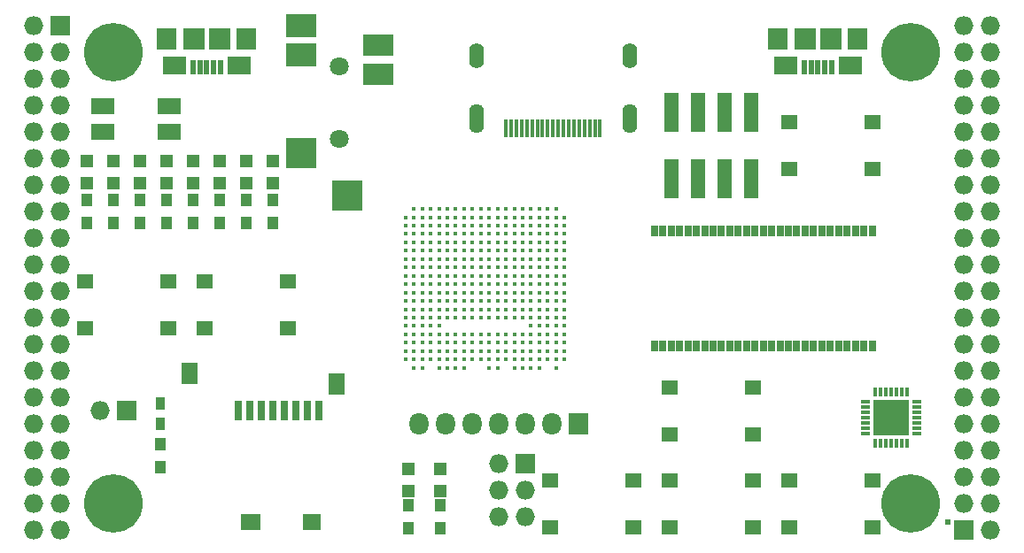
<source format=gts>
G04 #@! TF.FileFunction,Soldermask,Top*
%FSLAX46Y46*%
G04 Gerber Fmt 4.6, Leading zero omitted, Abs format (unit mm)*
G04 Created by KiCad (PCBNEW 4.0.7+dfsg1-1) date Tue Oct  3 00:54:53 2017*
%MOMM*%
%LPD*%
G01*
G04 APERTURE LIST*
%ADD10C,0.100000*%
%ADD11R,1.370000X3.700000*%
%ADD12R,0.800000X1.900000*%
%ADD13R,1.700000X1.500000*%
%ADD14R,1.900000X1.500000*%
%ADD15R,1.500000X2.000000*%
%ADD16R,1.298880X1.298880*%
%ADD17R,0.660000X1.000000*%
%ADD18R,1.827200X1.827200*%
%ADD19O,1.827200X1.827200*%
%ADD20C,5.600000*%
%ADD21R,2.300000X1.500000*%
%ADD22R,1.000000X1.300000*%
%ADD23R,0.850000X1.300000*%
%ADD24R,2.200000X1.700000*%
%ADD25R,2.000000X2.000000*%
%ADD26R,0.500000X1.450000*%
%ADD27R,1.900000X2.000000*%
%ADD28O,0.950000X0.400000*%
%ADD29O,0.400000X0.950000*%
%ADD30R,1.775000X1.775000*%
%ADD31C,0.430000*%
%ADD32R,0.600000X0.600000*%
%ADD33R,1.827200X2.132000*%
%ADD34O,1.827200X2.132000*%
%ADD35R,2.900000X2.300000*%
%ADD36R,2.900000X2.900000*%
%ADD37R,2.900000X2.100000*%
%ADD38C,1.800000*%
%ADD39O,1.400000X2.800000*%
%ADD40O,1.400000X2.400000*%
%ADD41R,0.350000X1.700000*%
%ADD42R,1.650000X1.400000*%
G04 APERTURE END LIST*
D10*
D11*
X163950000Y-70920000D03*
X161410000Y-70920000D03*
X158870000Y-70920000D03*
X156330000Y-70920000D03*
X156330000Y-77320000D03*
X158870000Y-77320000D03*
X161410000Y-77320000D03*
X163950000Y-77320000D03*
D12*
X114930000Y-99520000D03*
X116030000Y-99520000D03*
X117130000Y-99520000D03*
X118230000Y-99520000D03*
X119330000Y-99520000D03*
X120430000Y-99520000D03*
X121530000Y-99520000D03*
X122630000Y-99520000D03*
D13*
X121920000Y-110120000D03*
D14*
X116120000Y-110120000D03*
D15*
X124320000Y-96970000D03*
X110270000Y-95970000D03*
D16*
X118230000Y-77709020D03*
X118230000Y-75610980D03*
X115690000Y-77709020D03*
X115690000Y-75610980D03*
X113150000Y-77709020D03*
X113150000Y-75610980D03*
X110610000Y-77709020D03*
X110610000Y-75610980D03*
X108070000Y-77709020D03*
X108070000Y-75610980D03*
X105530000Y-77709020D03*
X105530000Y-75610980D03*
X102990000Y-77709020D03*
X102990000Y-75610980D03*
X100450000Y-77709020D03*
X100450000Y-75610980D03*
D17*
X175480000Y-82270000D03*
X154680000Y-93330000D03*
X155480000Y-93330000D03*
X156280000Y-93330000D03*
X157080000Y-93330000D03*
X157880000Y-93330000D03*
X158680000Y-93330000D03*
X159480000Y-93330000D03*
X160280000Y-93330000D03*
X161080000Y-93330000D03*
X161880000Y-93330000D03*
X162680000Y-93330000D03*
X163480000Y-93330000D03*
X164280000Y-93330000D03*
X165080000Y-93330000D03*
X165880000Y-93330000D03*
X166680000Y-93330000D03*
X167480000Y-93330000D03*
X168280000Y-93330000D03*
X169080000Y-93330000D03*
X169880000Y-93330000D03*
X170680000Y-93330000D03*
X171480000Y-93330000D03*
X172280000Y-93330000D03*
X173080000Y-93330000D03*
X173880000Y-93330000D03*
X174680000Y-93330000D03*
X175480000Y-93330000D03*
X174680000Y-82270000D03*
X173880000Y-82270000D03*
X173080000Y-82270000D03*
X172280000Y-82270000D03*
X171480000Y-82270000D03*
X170680000Y-82270000D03*
X169880000Y-82270000D03*
X169080000Y-82270000D03*
X168280000Y-82270000D03*
X167480000Y-82270000D03*
X166680000Y-82270000D03*
X165880000Y-82270000D03*
X165080000Y-82270000D03*
X164280000Y-82270000D03*
X163480000Y-82270000D03*
X162680000Y-82270000D03*
X161880000Y-82270000D03*
X161080000Y-82270000D03*
X160280000Y-82270000D03*
X159480000Y-82270000D03*
X158680000Y-82270000D03*
X157880000Y-82270000D03*
X157080000Y-82270000D03*
X156280000Y-82270000D03*
X155480000Y-82270000D03*
X154680000Y-82270000D03*
D18*
X97910000Y-62690000D03*
D19*
X95370000Y-62690000D03*
X97910000Y-65230000D03*
X95370000Y-65230000D03*
X97910000Y-67770000D03*
X95370000Y-67770000D03*
X97910000Y-70310000D03*
X95370000Y-70310000D03*
X97910000Y-72850000D03*
X95370000Y-72850000D03*
X97910000Y-75390000D03*
X95370000Y-75390000D03*
X97910000Y-77930000D03*
X95370000Y-77930000D03*
X97910000Y-80470000D03*
X95370000Y-80470000D03*
X97910000Y-83010000D03*
X95370000Y-83010000D03*
X97910000Y-85550000D03*
X95370000Y-85550000D03*
X97910000Y-88090000D03*
X95370000Y-88090000D03*
X97910000Y-90630000D03*
X95370000Y-90630000D03*
X97910000Y-93170000D03*
X95370000Y-93170000D03*
X97910000Y-95710000D03*
X95370000Y-95710000D03*
X97910000Y-98250000D03*
X95370000Y-98250000D03*
X97910000Y-100790000D03*
X95370000Y-100790000D03*
X97910000Y-103330000D03*
X95370000Y-103330000D03*
X97910000Y-105870000D03*
X95370000Y-105870000D03*
X97910000Y-108410000D03*
X95370000Y-108410000D03*
X97910000Y-110950000D03*
X95370000Y-110950000D03*
D18*
X184270000Y-110950000D03*
D19*
X186810000Y-110950000D03*
X184270000Y-108410000D03*
X186810000Y-108410000D03*
X184270000Y-105870000D03*
X186810000Y-105870000D03*
X184270000Y-103330000D03*
X186810000Y-103330000D03*
X184270000Y-100790000D03*
X186810000Y-100790000D03*
X184270000Y-98250000D03*
X186810000Y-98250000D03*
X184270000Y-95710000D03*
X186810000Y-95710000D03*
X184270000Y-93170000D03*
X186810000Y-93170000D03*
X184270000Y-90630000D03*
X186810000Y-90630000D03*
X184270000Y-88090000D03*
X186810000Y-88090000D03*
X184270000Y-85550000D03*
X186810000Y-85550000D03*
X184270000Y-83010000D03*
X186810000Y-83010000D03*
X184270000Y-80470000D03*
X186810000Y-80470000D03*
X184270000Y-77930000D03*
X186810000Y-77930000D03*
X184270000Y-75390000D03*
X186810000Y-75390000D03*
X184270000Y-72850000D03*
X186810000Y-72850000D03*
X184270000Y-70310000D03*
X186810000Y-70310000D03*
X184270000Y-67770000D03*
X186810000Y-67770000D03*
X184270000Y-65230000D03*
X186810000Y-65230000D03*
X184270000Y-62690000D03*
X186810000Y-62690000D03*
D20*
X102990000Y-108410000D03*
X179190000Y-108410000D03*
X179190000Y-65230000D03*
X102990000Y-65230000D03*
D21*
X108274000Y-70330000D03*
X101974000Y-70330000D03*
X101974000Y-72830000D03*
X108274000Y-72830000D03*
D18*
X104260000Y-99520000D03*
D19*
X101720000Y-99520000D03*
D16*
X131184000Y-105074980D03*
X131184000Y-107173020D03*
X134232000Y-107173020D03*
X134232000Y-105074980D03*
D22*
X131184000Y-108580000D03*
X131184000Y-110780000D03*
X134232000Y-110780000D03*
X134232000Y-108580000D03*
D23*
X107480000Y-100750000D03*
X107480000Y-98850000D03*
D22*
X107480000Y-102700000D03*
X107480000Y-104900000D03*
D24*
X114980000Y-66510000D03*
X108780000Y-66510000D03*
D25*
X113080000Y-63960000D03*
X110680000Y-63960000D03*
D26*
X113180000Y-66635000D03*
X112530000Y-66635000D03*
X111880000Y-66635000D03*
X111230000Y-66635000D03*
X110580000Y-66635000D03*
D27*
X115680000Y-63960000D03*
X108080000Y-63960000D03*
D24*
X173400000Y-66510000D03*
X167200000Y-66510000D03*
D25*
X171500000Y-63960000D03*
X169100000Y-63960000D03*
D26*
X171600000Y-66635000D03*
X170950000Y-66635000D03*
X170300000Y-66635000D03*
X169650000Y-66635000D03*
X169000000Y-66635000D03*
D27*
X174100000Y-63960000D03*
X166500000Y-63960000D03*
D18*
X142360000Y-104600000D03*
D19*
X139820000Y-104600000D03*
X142360000Y-107140000D03*
X139820000Y-107140000D03*
X142360000Y-109680000D03*
X139820000Y-109680000D03*
D22*
X118230000Y-81570000D03*
X118230000Y-79370000D03*
X115690000Y-81570000D03*
X115690000Y-79370000D03*
X113150000Y-81570000D03*
X113150000Y-79370000D03*
X110610000Y-81570000D03*
X110610000Y-79370000D03*
X108070000Y-81570000D03*
X108070000Y-79370000D03*
X105530000Y-81570000D03*
X105530000Y-79370000D03*
X102990000Y-81570000D03*
X102990000Y-79370000D03*
X100450000Y-81570000D03*
X100450000Y-79370000D03*
D28*
X179735000Y-101655000D03*
X179735000Y-101155000D03*
X179735000Y-100655000D03*
X179735000Y-100155000D03*
X179735000Y-99655000D03*
X179735000Y-99155000D03*
X179735000Y-98655000D03*
D29*
X178785000Y-97705000D03*
X178285000Y-97705000D03*
X177785000Y-97705000D03*
X177285000Y-97705000D03*
X176785000Y-97705000D03*
X176285000Y-97705000D03*
X175785000Y-97705000D03*
D28*
X174835000Y-98655000D03*
X174835000Y-99155000D03*
X174835000Y-99655000D03*
X174835000Y-100155000D03*
X174835000Y-100655000D03*
X174835000Y-101155000D03*
X174835000Y-101655000D03*
D29*
X175785000Y-102605000D03*
X176285000Y-102605000D03*
X176785000Y-102605000D03*
X177285000Y-102605000D03*
X177785000Y-102605000D03*
X178285000Y-102605000D03*
X178785000Y-102605000D03*
D30*
X176447500Y-99317500D03*
X176447500Y-100992500D03*
X178122500Y-99317500D03*
X178122500Y-100992500D03*
D31*
X131680000Y-80200000D03*
X132480000Y-80200000D03*
X133280000Y-80200000D03*
X134080000Y-80200000D03*
X134880000Y-80200000D03*
X135680000Y-80200000D03*
X136480000Y-80200000D03*
X137280000Y-80200000D03*
X138080000Y-80200000D03*
X138880000Y-80200000D03*
X139680000Y-80200000D03*
X140480000Y-80200000D03*
X141280000Y-80200000D03*
X142080000Y-80200000D03*
X142880000Y-80200000D03*
X143680000Y-80200000D03*
X144480000Y-80200000D03*
X145280000Y-80200000D03*
X130880000Y-81000000D03*
X131680000Y-81000000D03*
X132480000Y-81000000D03*
X133280000Y-81000000D03*
X134080000Y-81000000D03*
X134880000Y-81000000D03*
X135680000Y-81000000D03*
X136480000Y-81000000D03*
X137280000Y-81000000D03*
X138080000Y-81000000D03*
X138880000Y-81000000D03*
X139680000Y-81000000D03*
X140480000Y-81000000D03*
X141280000Y-81000000D03*
X142080000Y-81000000D03*
X142880000Y-81000000D03*
X143680000Y-81000000D03*
X144480000Y-81000000D03*
X145280000Y-81000000D03*
X146080000Y-81000000D03*
X130880000Y-81800000D03*
X131680000Y-81800000D03*
X132480000Y-81800000D03*
X133280000Y-81800000D03*
X134080000Y-81800000D03*
X134880000Y-81800000D03*
X135680000Y-81800000D03*
X136480000Y-81800000D03*
X137280000Y-81800000D03*
X138080000Y-81800000D03*
X138880000Y-81800000D03*
X139680000Y-81800000D03*
X140480000Y-81800000D03*
X141280000Y-81800000D03*
X142080000Y-81800000D03*
X142880000Y-81800000D03*
X143680000Y-81800000D03*
X144480000Y-81800000D03*
X145280000Y-81800000D03*
X146080000Y-81800000D03*
X130880000Y-82600000D03*
X131680000Y-82600000D03*
X132480000Y-82600000D03*
X133280000Y-82600000D03*
X134080000Y-82600000D03*
X134880000Y-82600000D03*
X135680000Y-82600000D03*
X136480000Y-82600000D03*
X137280000Y-82600000D03*
X138080000Y-82600000D03*
X138880000Y-82600000D03*
X139680000Y-82600000D03*
X140480000Y-82600000D03*
X141280000Y-82600000D03*
X142080000Y-82600000D03*
X142880000Y-82600000D03*
X143680000Y-82600000D03*
X144480000Y-82600000D03*
X145280000Y-82600000D03*
X146080000Y-82600000D03*
X130880000Y-83400000D03*
X131680000Y-83400000D03*
X132480000Y-83400000D03*
X133280000Y-83400000D03*
X134080000Y-83400000D03*
X134880000Y-83400000D03*
X135680000Y-83400000D03*
X136480000Y-83400000D03*
X137280000Y-83400000D03*
X138080000Y-83400000D03*
X138880000Y-83400000D03*
X139680000Y-83400000D03*
X140480000Y-83400000D03*
X141280000Y-83400000D03*
X142080000Y-83400000D03*
X142880000Y-83400000D03*
X143680000Y-83400000D03*
X144480000Y-83400000D03*
X145280000Y-83400000D03*
X146080000Y-83400000D03*
X130880000Y-84200000D03*
X131680000Y-84200000D03*
X132480000Y-84200000D03*
X133280000Y-84200000D03*
X134080000Y-84200000D03*
X134880000Y-84200000D03*
X135680000Y-84200000D03*
X136480000Y-84200000D03*
X137280000Y-84200000D03*
X138080000Y-84200000D03*
X138880000Y-84200000D03*
X139680000Y-84200000D03*
X140480000Y-84200000D03*
X141280000Y-84200000D03*
X142080000Y-84200000D03*
X142880000Y-84200000D03*
X143680000Y-84200000D03*
X144480000Y-84200000D03*
X145280000Y-84200000D03*
X146080000Y-84200000D03*
X130880000Y-85000000D03*
X131680000Y-85000000D03*
X132480000Y-85000000D03*
X133280000Y-85000000D03*
X134080000Y-85000000D03*
X134880000Y-85000000D03*
X135680000Y-85000000D03*
X136480000Y-85000000D03*
X137280000Y-85000000D03*
X138080000Y-85000000D03*
X138880000Y-85000000D03*
X139680000Y-85000000D03*
X140480000Y-85000000D03*
X141280000Y-85000000D03*
X142080000Y-85000000D03*
X142880000Y-85000000D03*
X143680000Y-85000000D03*
X144480000Y-85000000D03*
X145280000Y-85000000D03*
X146080000Y-85000000D03*
X130880000Y-85800000D03*
X131680000Y-85800000D03*
X132480000Y-85800000D03*
X133280000Y-85800000D03*
X134080000Y-85800000D03*
X134880000Y-85800000D03*
X135680000Y-85800000D03*
X136480000Y-85800000D03*
X137280000Y-85800000D03*
X138080000Y-85800000D03*
X138880000Y-85800000D03*
X139680000Y-85800000D03*
X140480000Y-85800000D03*
X141280000Y-85800000D03*
X142080000Y-85800000D03*
X142880000Y-85800000D03*
X143680000Y-85800000D03*
X144480000Y-85800000D03*
X145280000Y-85800000D03*
X146080000Y-85800000D03*
X130880000Y-86600000D03*
X131680000Y-86600000D03*
X132480000Y-86600000D03*
X133280000Y-86600000D03*
X134080000Y-86600000D03*
X134880000Y-86600000D03*
X135680000Y-86600000D03*
X136480000Y-86600000D03*
X137280000Y-86600000D03*
X138080000Y-86600000D03*
X138880000Y-86600000D03*
X139680000Y-86600000D03*
X140480000Y-86600000D03*
X141280000Y-86600000D03*
X142080000Y-86600000D03*
X142880000Y-86600000D03*
X143680000Y-86600000D03*
X144480000Y-86600000D03*
X145280000Y-86600000D03*
X146080000Y-86600000D03*
X130880000Y-87400000D03*
X131680000Y-87400000D03*
X132480000Y-87400000D03*
X133280000Y-87400000D03*
X134080000Y-87400000D03*
X134880000Y-87400000D03*
X135680000Y-87400000D03*
X136480000Y-87400000D03*
X137280000Y-87400000D03*
X138080000Y-87400000D03*
X138880000Y-87400000D03*
X139680000Y-87400000D03*
X140480000Y-87400000D03*
X141280000Y-87400000D03*
X142080000Y-87400000D03*
X142880000Y-87400000D03*
X143680000Y-87400000D03*
X144480000Y-87400000D03*
X145280000Y-87400000D03*
X146080000Y-87400000D03*
X130880000Y-88200000D03*
X131680000Y-88200000D03*
X132480000Y-88200000D03*
X133280000Y-88200000D03*
X134080000Y-88200000D03*
X134880000Y-88200000D03*
X135680000Y-88200000D03*
X136480000Y-88200000D03*
X137280000Y-88200000D03*
X138080000Y-88200000D03*
X138880000Y-88200000D03*
X139680000Y-88200000D03*
X140480000Y-88200000D03*
X141280000Y-88200000D03*
X142080000Y-88200000D03*
X142880000Y-88200000D03*
X143680000Y-88200000D03*
X144480000Y-88200000D03*
X145280000Y-88200000D03*
X146080000Y-88200000D03*
X130880000Y-89000000D03*
X131680000Y-89000000D03*
X132480000Y-89000000D03*
X133280000Y-89000000D03*
X134080000Y-89000000D03*
X134880000Y-89000000D03*
X135680000Y-89000000D03*
X136480000Y-89000000D03*
X137280000Y-89000000D03*
X138080000Y-89000000D03*
X138880000Y-89000000D03*
X139680000Y-89000000D03*
X140480000Y-89000000D03*
X141280000Y-89000000D03*
X142080000Y-89000000D03*
X142880000Y-89000000D03*
X143680000Y-89000000D03*
X144480000Y-89000000D03*
X145280000Y-89000000D03*
X146080000Y-89000000D03*
X130880000Y-89800000D03*
X131680000Y-89800000D03*
X132480000Y-89800000D03*
X133280000Y-89800000D03*
X134080000Y-89800000D03*
X134880000Y-89800000D03*
X135680000Y-89800000D03*
X136480000Y-89800000D03*
X137280000Y-89800000D03*
X138080000Y-89800000D03*
X138880000Y-89800000D03*
X139680000Y-89800000D03*
X140480000Y-89800000D03*
X141280000Y-89800000D03*
X142080000Y-89800000D03*
X142880000Y-89800000D03*
X143680000Y-89800000D03*
X144480000Y-89800000D03*
X145280000Y-89800000D03*
X146080000Y-89800000D03*
X130880000Y-90600000D03*
X131680000Y-90600000D03*
X132480000Y-90600000D03*
X133280000Y-90600000D03*
X134080000Y-90600000D03*
X134880000Y-90600000D03*
X135680000Y-90600000D03*
X136480000Y-90600000D03*
X137280000Y-90600000D03*
X138080000Y-90600000D03*
X138880000Y-90600000D03*
X139680000Y-90600000D03*
X140480000Y-90600000D03*
X141280000Y-90600000D03*
X142080000Y-90600000D03*
X142880000Y-90600000D03*
X143680000Y-90600000D03*
X144480000Y-90600000D03*
X145280000Y-90600000D03*
X146080000Y-90600000D03*
X130880000Y-91400000D03*
X131680000Y-91400000D03*
X132480000Y-91400000D03*
X133280000Y-91400000D03*
X134080000Y-91400000D03*
X142880000Y-91400000D03*
X143680000Y-91400000D03*
X144480000Y-91400000D03*
X145280000Y-91400000D03*
X146080000Y-91400000D03*
X130880000Y-92200000D03*
X131680000Y-92200000D03*
X132480000Y-92200000D03*
X133280000Y-92200000D03*
X134080000Y-92200000D03*
X134880000Y-92200000D03*
X135680000Y-92200000D03*
X136480000Y-92200000D03*
X137280000Y-92200000D03*
X138080000Y-92200000D03*
X138880000Y-92200000D03*
X139680000Y-92200000D03*
X140480000Y-92200000D03*
X141280000Y-92200000D03*
X142080000Y-92200000D03*
X142880000Y-92200000D03*
X143680000Y-92200000D03*
X144480000Y-92200000D03*
X145280000Y-92200000D03*
X146080000Y-92200000D03*
X130880000Y-93000000D03*
X131680000Y-93000000D03*
X132480000Y-93000000D03*
X133280000Y-93000000D03*
X134080000Y-93000000D03*
X134880000Y-93000000D03*
X135680000Y-93000000D03*
X136480000Y-93000000D03*
X137280000Y-93000000D03*
X138080000Y-93000000D03*
X138880000Y-93000000D03*
X139680000Y-93000000D03*
X140480000Y-93000000D03*
X141280000Y-93000000D03*
X142080000Y-93000000D03*
X142880000Y-93000000D03*
X143680000Y-93000000D03*
X144480000Y-93000000D03*
X145280000Y-93000000D03*
X146080000Y-93000000D03*
X130880000Y-93800000D03*
X131680000Y-93800000D03*
X132480000Y-93800000D03*
X133280000Y-93800000D03*
X134080000Y-93800000D03*
X134880000Y-93800000D03*
X135680000Y-93800000D03*
X136480000Y-93800000D03*
X137280000Y-93800000D03*
X138080000Y-93800000D03*
X138880000Y-93800000D03*
X139680000Y-93800000D03*
X140480000Y-93800000D03*
X141280000Y-93800000D03*
X142080000Y-93800000D03*
X142880000Y-93800000D03*
X143680000Y-93800000D03*
X144480000Y-93800000D03*
X145280000Y-93800000D03*
X146080000Y-93800000D03*
X130880000Y-94600000D03*
X131680000Y-94600000D03*
X132480000Y-94600000D03*
X133280000Y-94600000D03*
X134080000Y-94600000D03*
X134880000Y-94600000D03*
X135680000Y-94600000D03*
X136480000Y-94600000D03*
X137280000Y-94600000D03*
X138080000Y-94600000D03*
X138880000Y-94600000D03*
X139680000Y-94600000D03*
X140480000Y-94600000D03*
X141280000Y-94600000D03*
X142080000Y-94600000D03*
X142880000Y-94600000D03*
X143680000Y-94600000D03*
X144480000Y-94600000D03*
X145280000Y-94600000D03*
X146080000Y-94600000D03*
X131680000Y-95400000D03*
X132480000Y-95400000D03*
X134080000Y-95400000D03*
X134880000Y-95400000D03*
X135680000Y-95400000D03*
X136480000Y-95400000D03*
X138880000Y-95400000D03*
X139680000Y-95400000D03*
X141280000Y-95400000D03*
X142080000Y-95400000D03*
X142880000Y-95400000D03*
X143680000Y-95400000D03*
X145280000Y-95400000D03*
D32*
X182680000Y-110200000D03*
D33*
X147440000Y-100790000D03*
D34*
X144900000Y-100790000D03*
X142360000Y-100790000D03*
X139820000Y-100790000D03*
X137280000Y-100790000D03*
X134740000Y-100790000D03*
X132200000Y-100790000D03*
D35*
X120880000Y-62640000D03*
X120880000Y-65440000D03*
D36*
X120880000Y-74840000D03*
X125330000Y-78940000D03*
D37*
X128280000Y-67340000D03*
X128280000Y-64540000D03*
D38*
X124580000Y-66540000D03*
X124580000Y-73540000D03*
D39*
X152280000Y-71550000D03*
X137680000Y-71550000D03*
D40*
X137680000Y-65500000D03*
D41*
X140480000Y-72500000D03*
X140980000Y-72500000D03*
X141480000Y-72500000D03*
X141980000Y-72500000D03*
X142480000Y-72500000D03*
X142980000Y-72500000D03*
X143480000Y-72500000D03*
X143980000Y-72500000D03*
X144480000Y-72500000D03*
X144980000Y-72500000D03*
X145480000Y-72500000D03*
X145980000Y-72500000D03*
X146480000Y-72500000D03*
X146980000Y-72500000D03*
X147480000Y-72500000D03*
X147980000Y-72500000D03*
X148480000Y-72500000D03*
X148980000Y-72500000D03*
X149480000Y-72500000D03*
D40*
X152280000Y-65500000D03*
D42*
X175550000Y-71870000D03*
X175550000Y-76370000D03*
X167590000Y-76370000D03*
X167590000Y-71870000D03*
X100280000Y-91610000D03*
X100280000Y-87110000D03*
X108240000Y-87110000D03*
X108240000Y-91610000D03*
X111710000Y-91610000D03*
X111710000Y-87110000D03*
X119670000Y-87110000D03*
X119670000Y-91610000D03*
X156160000Y-101770000D03*
X156160000Y-97270000D03*
X164120000Y-97270000D03*
X164120000Y-101770000D03*
X164120000Y-106160000D03*
X164120000Y-110660000D03*
X156160000Y-110660000D03*
X156160000Y-106160000D03*
X152690000Y-106160000D03*
X152690000Y-110660000D03*
X144730000Y-110660000D03*
X144730000Y-106160000D03*
X175550000Y-106160000D03*
X175550000Y-110660000D03*
X167590000Y-110660000D03*
X167590000Y-106160000D03*
M02*

</source>
